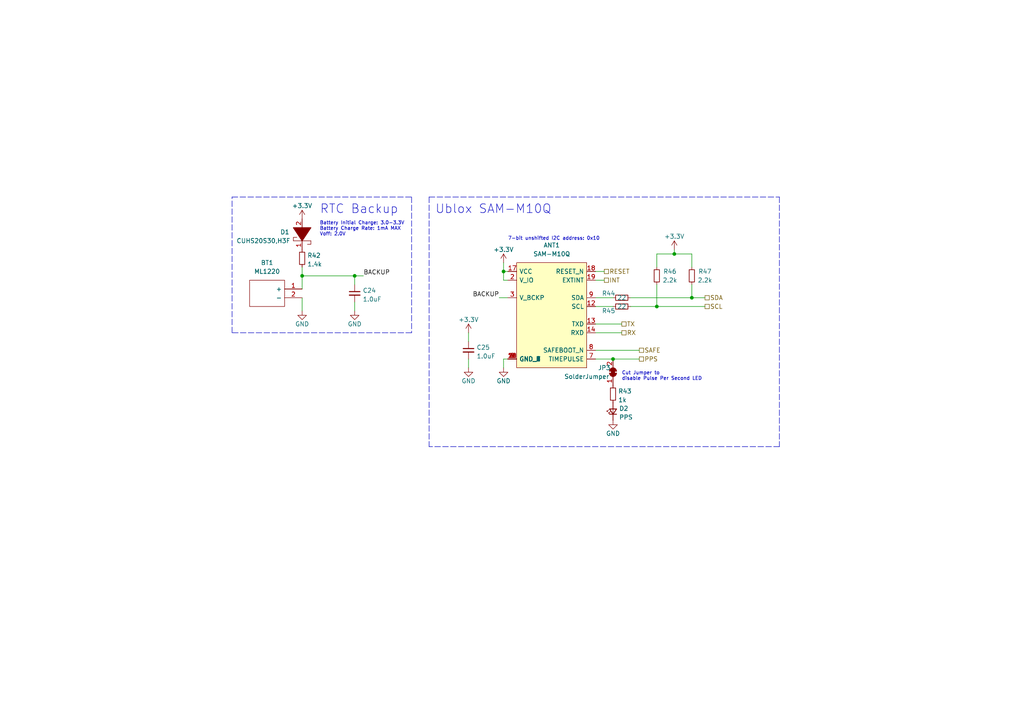
<source format=kicad_sch>
(kicad_sch (version 20211123) (generator eeschema)
  (paper "A4")
  (lib_symbols
    (symbol "CUHS20S30:CUHS20S30,H3F" (pin_names (offset 0.762))
      (property "Reference" "D" (at 7.62 8.89 0))
      (property "Value" "CUHS20S30,H3F" (at 7.62 6.35 0))
      (symbol "CUHS20S30,H3F_0_0"
        (pin passive line (at 0 0 0) (length 2.54) (name "~") (number "1"))
        (pin passive line (at 8.89 0 180) (length 2.54) (name "~") (number "2"))
      )
      (symbol "CUHS20S30,H3F_0_1"
        (polyline (pts (xy 2.54 2.54) (xy 2.54 -2.54)) (stroke (width 0.1524)))
        (polyline (pts (xy 2.54 -2.54) (xy 1.524 -2.54) (xy 1.524 -1.524)) (stroke (width 0.1524)))
        (polyline (pts (xy 2.54 2.54) (xy 3.556 2.54) (xy 3.556 1.524)) (stroke (width 0.1524)))
        (polyline (pts (xy 2.54 0) (xy 6.35 2.54) (xy 6.35 -2.54) (xy 2.54 0)) (stroke (width 0.254)) (fill (type outline)))
      )
    )
    (symbol "Device:C_Small" (pin_numbers hide) (pin_names (offset 0.254) hide)
      (property "Reference" "C" (at 0.254 1.778 0))
      (property "Value" "C_Small" (at 0.254 -2.032 0))
      (symbol "C_Small_0_1"
        (polyline (pts (xy -1.524 -0.508) (xy 1.524 -0.508)) (stroke (width 0.3302)))
        (polyline (pts (xy -1.524 0.508) (xy 1.524 0.508)) (stroke (width 0.3048)))
      )
      (symbol "C_Small_1_1"
        (pin passive line (at 0 2.54 270) (length 2.032) (name "~") (number "1"))
        (pin passive line (at 0 -2.54 90) (length 2.032) (name "~") (number "2"))
      )
    )
    (symbol "Device:LED_Small" (pin_numbers hide) (pin_names (offset 0.254) hide)
      (property "Reference" "D" (at -1.27 3.175 0))
      (property "Value" "LED_Small" (at -4.445 -2.54 0))
      (symbol "LED_Small_0_1"
        (polyline (pts (xy -0.762 -1.016) (xy -0.762 1.016)) (stroke (width 0.254)))
        (polyline (pts (xy 1.016 0) (xy -0.762 0)))
        (polyline (pts (xy 0.762 -1.016) (xy -0.762 0) (xy 0.762 1.016) (xy 0.762 -1.016)) (stroke (width 0.254)))
        (polyline (pts (xy 0 0.762) (xy -0.508 1.27) (xy -0.254 1.27) (xy -0.508 1.27) (xy -0.508 1.016)))
        (polyline (pts (xy 0.508 1.27) (xy 0 1.778) (xy 0.254 1.778) (xy 0 1.778) (xy 0 1.524)))
      )
      (symbol "LED_Small_1_1"
        (pin passive line (at -2.54 0 0) (length 1.778) (name "K") (number "1"))
        (pin passive line (at 2.54 0 180) (length 1.778) (name "A") (number "2"))
      )
    )
    (symbol "Device:R_Small" (pin_numbers hide) (pin_names (offset 0.254) hide)
      (property "Reference" "R" (at 0.762 0.508 0))
      (property "Value" "R_Small" (at 0.762 -1.016 0))
      (symbol "R_Small_0_1"
        (rectangle (start -0.762 1.778) (end 0.762 -1.778) (stroke (width 0.2032)))
      )
      (symbol "R_Small_1_1"
        (pin passive line (at 0 2.54 270) (length 0.762) (name "~") (number "1"))
        (pin passive line (at 0 -2.54 90) (length 0.762) (name "~") (number "2"))
      )
    )
    (symbol "Jumper:SolderJumper_2_Bridged" (pin_names (offset 0) hide)
      (property "Reference" "JP" (at 0 2.032 0))
      (property "Value" "SolderJumper_2_Bridged" (at 0 -2.54 0))
      (symbol "SolderJumper_2_Bridged_0_1"
        (rectangle (start -0.508 0.508) (end 0.508 -0.508) (fill (type outline)))
        (arc (start -0.254 1.016) (mid -1.27 0) (end -0.254 -1.016))
        (arc (start -0.254 1.016) (mid -1.27 0) (end -0.254 -1.016) (fill (type outline)))
        (polyline (pts (xy -0.254 1.016) (xy -0.254 -1.016)))
        (polyline (pts (xy 0.254 1.016) (xy 0.254 -1.016)))
        (arc (start 0.254 -1.016) (mid 1.27 0) (end 0.254 1.016))
        (arc (start 0.254 -1.016) (mid 1.27 0) (end 0.254 1.016) (fill (type outline)))
      )
      (symbol "SolderJumper_2_Bridged_1_1"
        (pin passive line (at -3.81 0 0) (length 2.54) (name "A") (number "1"))
        (pin passive line (at 3.81 0 180) (length 2.54) (name "B") (number "2"))
      )
    )
    (symbol "ML-1220_F1AN:ML-1220_F1AN" (pin_names (offset 0.762))
      (property "Reference" "BT" (at 16.51 7.62 0))
      (property "Value" "ML-1220_F1AN" (at 16.51 5.08 0))
      (symbol "ML-1220_F1AN_0_0"
        (pin passive line (at 0 0 0) (length 5.08) (name "+") (number "1"))
        (pin passive line (at 0 -2.54 0) (length 5.08) (name "-") (number "2"))
      )
      (symbol "ML-1220_F1AN_0_1"
        (polyline (pts (xy 5.08 2.54) (xy 15.24 2.54) (xy 15.24 -5.08) (xy 5.08 -5.08) (xy 5.08 2.54)) (stroke (width 0.1524)))
      )
    )
    (symbol "SAM-M10Q-00B:SAM-M10Q-00B" (pin_names (offset 0.762))
      (property "Reference" "ANT" (at 17.78 3.81 0))
      (property "Value" "SAM-M10Q-00B" (at 17.78 1.27 0))
      (symbol "SAM-M10Q-00B_0_0"
        (pin passive line (at -12.7 -12.7 0) (length 2.54) (name "GND_1") (number "1"))
        (pin passive line (at -12.7 -12.7 0) (length 2.54) (name "GND_5") (number "10"))
        (pin passive line (at -12.7 -12.7 0) (length 2.54) (name "GND_6") (number "11"))
        (pin passive line (at 12.7 2.54 180) (length 2.54) (name "SCL") (number "12"))
        (pin passive line (at 12.7 -2.54 180) (length 2.54) (name "TXD") (number "13"))
        (pin passive line (at 12.7 -5.08 180) (length 2.54) (name "RXD") (number "14"))
        (pin passive line (at -12.7 -12.7 0) (length 2.54) (name "GND_7") (number "15"))
        (pin passive line (at -12.7 -12.7 0) (length 2.54) (name "GND_8") (number "16"))
        (pin passive line (at -12.7 12.7 0) (length 2.54) (name "VCC") (number "17"))
        (pin passive line (at 12.7 12.7 180) (length 2.54) (name "RESET_N") (number "18"))
        (pin passive line (at 12.7 10.16 180) (length 2.54) (name "EXTINT") (number "19"))
        (pin passive line (at -12.7 10.16 0) (length 2.54) (name "V_IO") (number "2"))
        (pin passive line (at -12.7 -12.7 0) (length 2.54) (name "GND_9") (number "20"))
        (pin passive line (at -12.7 5.08 0) (length 2.54) (name "V_BCKP") (number "3"))
        (pin passive line (at -12.7 -12.7 0) (length 2.54) (name "GND_2") (number "4"))
        (pin passive line (at -12.7 -12.7 0) (length 2.54) (name "GND_3") (number "5"))
        (pin passive line (at -12.7 -12.7 0) (length 2.54) (name "GND_4") (number "6"))
        (pin passive line (at 12.7 -12.7 180) (length 2.54) (name "TIMEPULSE") (number "7"))
        (pin passive line (at 12.7 -10.16 180) (length 2.54) (name "SAFEBOOT_N") (number "8"))
        (pin passive line (at 12.7 5.08 180) (length 2.54) (name "SDA") (number "9"))
      )
      (symbol "SAM-M10Q-00B_0_1"
        (rectangle (start -10.16 -15.24) (end 10.16 15.24) (stroke (width 0.1524)) (fill (type background)))
      )
    )
    (symbol "power:+3.3V" (power) (pin_names (offset 0))
      (property "Value" "+3.3V" (at 0 3.556 0))
      (symbol "+3.3V_0_1"
        (polyline (pts (xy -0.762 1.27) (xy 0 2.54)))
        (polyline (pts (xy 0 0) (xy 0 2.54)))
        (polyline (pts (xy 0 2.54) (xy 0.762 1.27)))
      )
      (symbol "+3.3V_1_1"
        (pin power_in line (at 0 0 90) (length 0) hide (name "+3.3V") (number "1"))
      )
    )
    (symbol "power:GND" (power) (pin_names (offset 0))
      (property "Value" "GND" (at 0 -3.81 0))
      (symbol "GND_0_1"
        (polyline (pts (xy 0 0) (xy 0 -1.27) (xy 1.27 -1.27) (xy 0 -2.54) (xy -1.27 -1.27) (xy 0 -1.27)))
      )
      (symbol "GND_1_1"
        (pin power_in line (at 0 0 270) (length 0) hide (name "GND") (number "1"))
      )
    )
  )
  (junction (at 146.05 78.74))
  (junction (at 195.58 73.66))
  (junction (at 190.5 88.9))
  (junction (at 200.66 86.36))
  (junction (at 87.63 80.01))
  (junction (at 102.87 80.01))
  (junction (at 177.8 104.14))
  (wire (pts (xy 147.32 86.36) (xy 144.78 86.36)))
  (polyline (pts (xy 119.38 96.52) (xy 67.31 96.52)))
  (polyline (pts (xy 124.46 57.15) (xy 226.06 57.15)))
  (wire (pts (xy 135.89 106.68) (xy 135.89 104.14)))
  (wire (pts (xy 172.72 86.36) (xy 177.8 86.36)))
  (polyline (pts (xy 119.38 57.15) (xy 119.38 96.52)))
  (wire (pts (xy 172.72 88.9) (xy 177.8 88.9)))
  (wire (pts (xy 195.58 72.39) (xy 195.58 73.66)))
  (wire (pts (xy 147.32 81.28) (xy 146.05 81.28)))
  (wire (pts (xy 200.66 86.36) (xy 204.47 86.36)))
  (wire (pts (xy 102.87 87.63) (xy 102.87 90.17)))
  (wire (pts (xy 182.88 86.36) (xy 200.66 86.36)))
  (wire (pts (xy 146.05 81.28) (xy 146.05 78.74)))
  (wire (pts (xy 135.89 96.52) (xy 135.89 99.06)))
  (wire (pts (xy 146.05 104.14) (xy 147.32 104.14)))
  (wire (pts (xy 102.87 80.01) (xy 105.41 80.01)))
  (wire (pts (xy 87.63 77.47) (xy 87.63 80.01)))
  (wire (pts (xy 102.87 80.01) (xy 102.87 82.55)))
  (wire (pts (xy 146.05 76.2) (xy 146.05 78.74)))
  (wire (pts (xy 172.72 96.52) (xy 180.34 96.52)))
  (wire (pts (xy 190.5 73.66) (xy 195.58 73.66)))
  (wire (pts (xy 200.66 82.55) (xy 200.66 86.36)))
  (wire (pts (xy 87.63 80.01) (xy 87.63 83.82)))
  (wire (pts (xy 146.05 78.74) (xy 147.32 78.74)))
  (wire (pts (xy 102.87 80.01) (xy 87.63 80.01)))
  (wire (pts (xy 87.63 86.36) (xy 87.63 90.17)))
  (wire (pts (xy 146.05 104.14) (xy 146.05 106.68)))
  (wire (pts (xy 200.66 73.66) (xy 200.66 77.47)))
  (polyline (pts (xy 67.31 57.15) (xy 119.38 57.15)))
  (wire (pts (xy 190.5 73.66) (xy 190.5 77.47)))
  (wire (pts (xy 172.72 101.6) (xy 185.42 101.6)))
  (wire (pts (xy 190.5 88.9) (xy 204.47 88.9)))
  (wire (pts (xy 195.58 73.66) (xy 200.66 73.66)))
  (wire (pts (xy 172.72 104.14) (xy 177.8 104.14)))
  (polyline (pts (xy 67.31 96.52) (xy 67.31 57.15)))
  (polyline (pts (xy 226.06 57.15) (xy 226.06 129.54)))
  (polyline (pts (xy 124.46 57.15) (xy 124.46 129.54)))
  (wire (pts (xy 190.5 82.55) (xy 190.5 88.9)))
  (wire (pts (xy 175.26 78.74) (xy 172.72 78.74)))
  (wire (pts (xy 175.26 81.28) (xy 172.72 81.28)))
  (wire (pts (xy 182.88 88.9) (xy 190.5 88.9)))
  (polyline (pts (xy 226.06 129.54) (xy 124.46 129.54)))
  (wire (pts (xy 172.72 93.98) (xy 180.34 93.98)))
  (wire (pts (xy 177.8 104.14) (xy 185.42 104.14)))
  (text "Battery Initial Charge: 3.0-3.3V\nBattery Charge Rate: 1mA MAX\nVoff: 2.0V" (at 92.71 68.58 0) (effects (font (size 1 1)) (justify left bottom)))
  (text "Cut Jumper to\ndisable Pulse Per Second LED" (at 180.34 110.49 180) (effects (font (size 1 1)) (justify left bottom)))
  (text "RTC Backup" (at 115.57 62.23 180) (effects (font (size 2.54 2.54)) (justify right bottom)))
  (text "7-bit unshifted I2C address: 0x10" (at 173.99 69.85 180) (effects (font (size 1 1)) (justify right bottom)))
  (text "Ublox SAM-M10Q" (at 160.02 62.23 180) (effects (font (size 2.54 2.54)) (justify right bottom)))
  (label "BACKUP" (at 105.41 80.01 0))
  (label "BACKUP" (at 144.78 86.36 180))
  (hierarchical_label "TX" (shape passive) (at 180.34 93.98 0))
  (hierarchical_label "SCL" (shape passive) (at 204.47 88.9 0))
  (hierarchical_label "RESET" (shape passive) (at 175.26 78.74 0))
  (hierarchical_label "INT" (shape passive) (at 175.26 81.28 0))
  (hierarchical_label "PPS" (shape passive) (at 185.42 104.14 0))
  (hierarchical_label "SAFE" (shape passive) (at 185.42 101.6 0))
  (hierarchical_label "SDA" (shape passive) (at 204.47 86.36 0))
  (hierarchical_label "RX" (shape passive) (at 180.34 96.52 0))
  (symbol (lib_id "power:+3.3V") (at 195.58 72.39 0) (unit 1)
    (property "Reference" "#PWR0126" (effects hide))
    (property "Value" "+3.3V" (at 195.58 68.58 0))
  )
  (symbol (lib_id "Device:R_Small") (at 180.34 88.9 90) (unit 1)
    (property "Reference" "R45" (at 176.53 90.17 90))
    (property "Value" "22" (at 180.34 88.9 90))
    (property "Footprint" "Resistor_SMD:R_0603_1608Metric_Pad0.98x0.95mm_HandSolder" (effects hide))
  )
  (symbol (lib_id "CUHS20S30:CUHS20S30,H3F") (at 87.63 72.39 90) (unit 1)
    (property "Reference" "D1" (at 81.28 67.31 90) (effects (justify right)))
    (property "Value" "CUHS20S30,H3F" (at 68.58 69.85 90) (effects (justify right)))
    (property "Footprint" "CUHS20S30:CUHS20S30" (effects hide))
    (property "Datasheet" "https://toshiba.semicon-storage.com/info/docget.jsp?did=63606&prodName=CUHS20S30" (effects hide))
    (property "Description" "Schottky Diodes & Rectifiers Sml-Signal Schottky 2A 30V 390pF" (effects hide))
    (property "Manufacturer_Name" "Toshiba" (effects hide))
    (property "Manufacturer_Part_Number" "CUHS20S30,H3F" (effects hide))
    (property "Mouser Part Number" "757-CUHS20S30H3F" (effects hide))
    (property "Mouser Price/Stock" "https://www.mouser.co.uk/ProductDetail/Toshiba/CUHS20S30H3F?qs=PqoDHHvF64%252BnIC9Qnnw9zg%3D%3D" (effects hide))
  )
  (symbol (lib_id "power:+3.3V") (at 135.89 96.52 0) (unit 1)
    (property "Reference" "#PWR0121" (effects hide))
    (property "Value" "+3.3V" (at 135.89 92.71 0))
  )
  (symbol (lib_id "Device:R_Small") (at 200.66 80.01 180) (unit 1)
    (property "Reference" "R47" (at 204.47 78.74 0))
    (property "Value" "2.2k" (at 204.47 81.28 0))
    (property "Footprint" "Resistor_SMD:R_0603_1608Metric_Pad0.98x0.95mm_HandSolder" (effects hide))
  )
  (symbol (lib_id "power:GND") (at 135.89 106.68 0) (unit 1)
    (property "Reference" "#PWR0122" (effects hide))
    (property "Value" "GND" (at 135.89 110.49 0))
  )
  (symbol (lib_id "Device:C_Small") (at 135.89 101.6 0) (unit 1)
    (property "Reference" "C25" (at 138.2141 100.7716 0) (effects (justify left)))
    (property "Value" "1.0uF" (at 138.2141 103.3085 0) (effects (justify left)))
    (property "Footprint" "Capacitor_SMD:C_0603_1608Metric_Pad1.08x0.95mm_HandSolder" (effects hide))
  )
  (symbol (lib_id "Device:C_Small") (at 102.87 85.09 0) (unit 1)
    (property "Reference" "C24" (at 105.1941 84.2616 0) (effects (justify left)))
    (property "Value" "1.0uF" (at 105.1941 86.7985 0) (effects (justify left)))
    (property "Footprint" "Capacitor_SMD:C_0603_1608Metric_Pad1.08x0.95mm_HandSolder" (effects hide))
  )
  (symbol (lib_id "power:+3.3V") (at 146.05 76.2 0) (unit 1)
    (property "Reference" "#PWR0123" (effects hide))
    (property "Value" "+3.3V" (at 146.05 72.39 0))
  )
  (symbol (lib_id "power:GND") (at 177.8 121.92 0) (unit 1)
    (property "Reference" "#PWR0125" (effects hide))
    (property "Value" "GND" (at 177.8 125.73 0))
  )
  (symbol (lib_id "Device:R_Small") (at 87.63 74.93 0) (unit 1)
    (property "Reference" "R42" (at 89.1286 74.0953 0) (effects (justify left)))
    (property "Value" "1.4k" (at 89.1286 76.6322 0) (effects (justify left)))
    (property "Footprint" "Resistor_SMD:R_0603_1608Metric_Pad0.98x0.95mm_HandSolder" (effects hide))
  )
  (symbol (lib_id "power:GND") (at 87.63 90.17 0) (unit 1)
    (property "Reference" "#PWR0119" (effects hide))
    (property "Value" "GND" (at 87.63 93.98 0))
  )
  (symbol (lib_id "power:GND") (at 146.05 106.68 0) (unit 1)
    (property "Reference" "#PWR0124" (effects hide))
    (property "Value" "GND" (at 146.05 110.49 0))
  )
  (symbol (lib_id "Device:R_Small") (at 177.8 114.3 0) (unit 1)
    (property "Reference" "R43" (at 179.2986 113.4653 0) (effects (justify left)))
    (property "Value" "1k" (at 179.2986 116.0022 0) (effects (justify left)))
    (property "Footprint" "Resistor_SMD:R_0603_1608Metric_Pad0.98x0.95mm_HandSolder" (effects hide))
  )
  (symbol (lib_id "ML-1220_F1AN:ML-1220_F1AN") (at 87.63 83.82 0) (mirror y) (unit 1)
    (property "Reference" "BT1" (at 77.47 76.2 0))
    (property "Value" "ML1220" (at 77.47 78.74 0))
    (property "Footprint" "ML-1220_F1AN:ML-1220_F1AN" (effects hide))
    (property "Datasheet" "http://media.digikey.com/pdf/Data%20Sheets/Panasonic%20Inustrial/ML_Serie.pdf" (effects hide))
    (property "Description" "Manganese Lithium Coin Batteries" (effects hide))
    (property "Manufacturer_Name" "Panasonic" (effects hide))
    (property "Manufacturer_Part_Number" "ML-1220/F1AN" (effects hide))
    (property "Mouser Part Number" "658-ML-1220/F1AN" (effects hide))
    (property "Mouser Price/Stock" "https://www.mouser.co.uk/ProductDetail/Panasonic-Battery/ML-1220-F1AN?qs=1eQvB6Dk1vhDP8XMeN6jSg%3D%3D" (effects hide))
    (property "Arrow Part Number" "ML-1220/F1AN" (effects hide))
    (property "Arrow Price/Stock" "https://www.arrow.com/en/products/ml-1220f1an/panasonic?region=nac" (effects hide))
  )
  (symbol (lib_id "SAM-M10Q-00B:SAM-M10Q-00B") (at 160.02 91.44 0) (unit 1)
    (property "Reference" "ANT1" (at 160.02 71.12 0))
    (property "Value" "SAM-M10Q" (at 160.02 73.66 0))
    (property "Footprint" "SAM-M10Q-00B:SAM-M10Q-00B" (effects hide))
    (property "Datasheet" "https://content.u-blox.com/sites/default/files/documents/SAM-M10Q_DataSheet_UBX-22013293.pdf" (effects hide))
    (property "Description" "GNSS / GPS Modules M10 precision GNSS patch antenna module" (effects hide))
    (property "Height" "6.8" (effects hide))
    (property "Manufacturer_Name" "U-Blox" (effects hide))
    (property "Manufacturer_Part_Number" "SAM-M10Q-00B" (effects hide))
  )
  (symbol (lib_id "Device:R_Small") (at 180.34 86.36 90) (unit 1)
    (property "Reference" "R44" (at 176.53 85.09 90))
    (property "Value" "22" (at 180.34 86.36 90))
    (property "Footprint" "Resistor_SMD:R_0603_1608Metric_Pad0.98x0.95mm_HandSolder" (effects hide))
  )
  (symbol (lib_id "Jumper:SolderJumper_2_Bridged") (at 177.8 107.95 90) (unit 1)
    (property "Reference" "JP3" (at 175.26 106.68 90))
    (property "Value" "SolderJumper" (at 170.18 109.22 90))
    (property "Footprint" "Jumper:SolderJumper-2_P1.3mm_Open_TrianglePad1.0x1.5mm" (effects hide))
  )
  (symbol (lib_id "Device:R_Small") (at 190.5 80.01 180) (unit 1)
    (property "Reference" "R46" (at 194.31 78.74 0))
    (property "Value" "2.2k" (at 194.31 81.28 0))
    (property "Footprint" "Resistor_SMD:R_0603_1608Metric_Pad0.98x0.95mm_HandSolder" (effects hide))
  )
  (symbol (lib_id "power:GND") (at 102.87 90.17 0) (unit 1)
    (property "Reference" "#PWR0120" (effects hide))
    (property "Value" "GND" (at 102.87 93.98 0))
  )
  (symbol (lib_id "power:+3.3V") (at 87.63 63.5 0) (unit 1)
    (property "Reference" "#PWR0118" (effects hide))
    (property "Value" "+3.3V" (at 87.63 59.69 0))
  )
  (symbol (lib_id "Device:LED_Small") (at 177.8 119.38 90) (unit 1)
    (property "Reference" "D2" (at 179.578 118.4818 90) (effects (justify right)))
    (property "Value" "PPS" (at 179.578 121.0187 90) (effects (justify right)))
    (property "Footprint" "LED_SMD:LED_1206_3216Metric_Pad1.42x1.75mm_HandSolder" (effects hide))
  )
)
</source>
